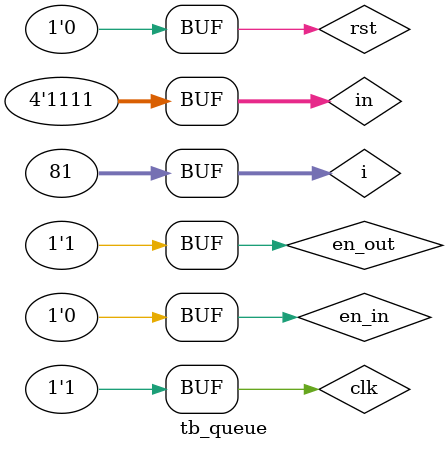
<source format=v>
`timescale 1ns / 1ps


module tb_queue();
    reg [3:0]in;
    reg en_out;
    reg en_in;
    reg rst;
    reg clk;
    //input clk100mhz,
    wire [3:0]out;
    wire empty;
    wire full;
    //output reg[7:0]AN,
    //output reg[6:0]seg,
    //output reg doc
    integer i;
    queue DUT1 (.in(in),.en_out(en_out),.en_in(en_in),.rst(rst),.clk1hz(clk),.out(out),.empty(empty),.full(full));
    initial
    begin
    rst=1;
    en_in=0;
    en_out=0;
        for(i=0;i<=80;i=i+1)
        begin
            clk=0;
            #5;
            clk=1;
            #5;
            if(i==1) rst=0; 
            if(i==2) in=4'b1111;
            if(i==3) en_in=1;
            if(i==13) en_in=0;
            if(i==14) en_out=1;
            
        end
    end
    
    
endmodule

</source>
